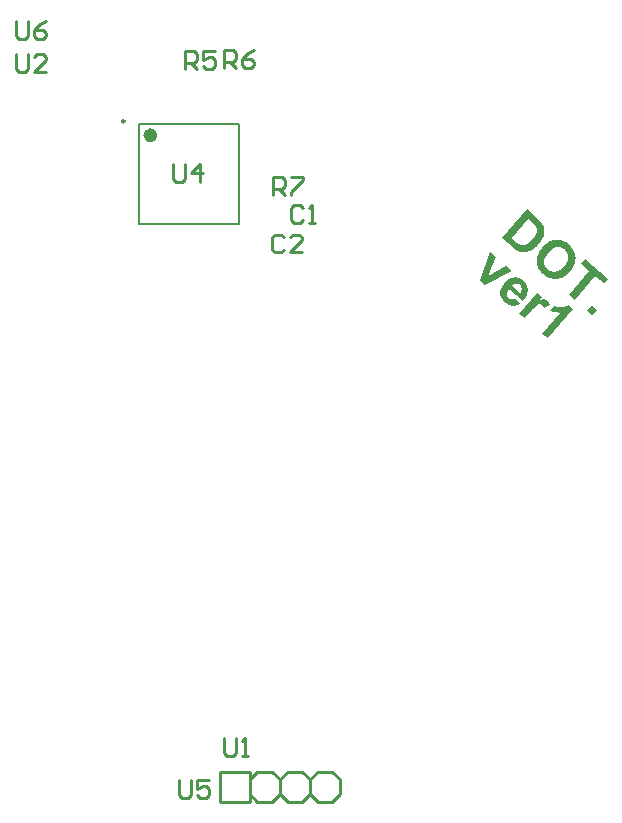
<source format=gto>
G04*
G04 #@! TF.GenerationSoftware,Altium Limited,Altium Designer,18.1.7 (191)*
G04*
G04 Layer_Color=65535*
%FSLAX42Y42*%
%MOMM*%
G71*
G01*
G75*
%ADD10C,0.25*%
%ADD11C,0.60*%
%ADD12C,0.25*%
%ADD13C,0.20*%
G36*
X10838Y9278D02*
X10841Y9275D01*
X10847Y9269D01*
X10854Y9262D01*
X10861Y9254D01*
X10867Y9247D01*
X10873Y9240D01*
X10873Y9239D01*
X10873Y9238D01*
X10874Y9237D01*
X10875Y9236D01*
X10878Y9230D01*
X10881Y9223D01*
X10884Y9216D01*
X10887Y9206D01*
X10889Y9197D01*
X10890Y9186D01*
X10890Y9186D01*
X10890Y9184D01*
X10890Y9181D01*
X10890Y9175D01*
X10889Y9168D01*
X10888Y9159D01*
X10886Y9149D01*
X10884Y9138D01*
X10880Y9127D01*
X10879Y9126D01*
X10879Y9125D01*
X10878Y9123D01*
X10877Y9121D01*
X10876Y9119D01*
X10874Y9115D01*
X10872Y9112D01*
X10870Y9107D01*
X10868Y9103D01*
X10864Y9097D01*
X10861Y9092D01*
X10857Y9087D01*
X10849Y9075D01*
X10839Y9062D01*
X10838Y9062D01*
X10837Y9061D01*
X10836Y9059D01*
X10834Y9057D01*
X10832Y9055D01*
X10829Y9052D01*
X10826Y9049D01*
X10822Y9045D01*
X10815Y9038D01*
X10806Y9030D01*
X10796Y9024D01*
X10787Y9017D01*
X10786Y9017D01*
X10785Y9016D01*
X10784Y9016D01*
X10781Y9014D01*
X10779Y9013D01*
X10775Y9011D01*
X10767Y9007D01*
X10758Y9004D01*
X10747Y9000D01*
X10735Y8998D01*
X10724Y8996D01*
X10722Y8996D01*
X10719Y8996D01*
X10715Y8996D01*
X10709Y8997D01*
X10701Y8998D01*
X10693Y9000D01*
X10683Y9002D01*
X10673Y9006D01*
X10672Y9007D01*
X10672Y9006D01*
X10671Y9007D01*
X10669Y9008D01*
X10665Y9011D01*
X10659Y9014D01*
X10652Y9018D01*
X10644Y9023D01*
X10635Y9030D01*
X10625Y9038D01*
X10533Y9117D01*
X10741Y9361D01*
X10838Y9278D01*
D02*
G37*
G36*
X11003Y9104D02*
X11011Y9103D01*
X11019Y9103D01*
X11028Y9101D01*
X11037Y9099D01*
X11037Y9098D01*
X11038Y9098D01*
X11040Y9098D01*
X11042Y9096D01*
X11045Y9096D01*
X11049Y9094D01*
X11052Y9092D01*
X11056Y9091D01*
X11066Y9086D01*
X11076Y9080D01*
X11087Y9072D01*
X11098Y9064D01*
X11100Y9062D01*
X11103Y9059D01*
X11106Y9056D01*
X11110Y9051D01*
X11115Y9046D01*
X11120Y9040D01*
X11125Y9033D01*
X11130Y9025D01*
X11136Y9017D01*
X11140Y9009D01*
X11145Y8999D01*
X11149Y8989D01*
X11152Y8979D01*
X11154Y8968D01*
X11155Y8956D01*
X11155Y8956D01*
X11155Y8954D01*
X11155Y8950D01*
X11155Y8946D01*
X11154Y8940D01*
X11154Y8934D01*
X11152Y8926D01*
X11151Y8918D01*
X11149Y8909D01*
X11146Y8900D01*
X11142Y8890D01*
X11137Y8880D01*
X11132Y8869D01*
X11125Y8858D01*
X11117Y8847D01*
X11108Y8836D01*
X11108Y8835D01*
X11106Y8833D01*
X11103Y8830D01*
X11099Y8826D01*
X11095Y8822D01*
X11089Y8817D01*
X11082Y8811D01*
X11076Y8805D01*
X11067Y8799D01*
X11059Y8793D01*
X11049Y8788D01*
X11040Y8783D01*
X11030Y8779D01*
X11019Y8775D01*
X11008Y8772D01*
X10997Y8770D01*
X10996Y8770D01*
X10994Y8770D01*
X10991Y8770D01*
X10986Y8770D01*
X10981Y8770D01*
X10974Y8771D01*
X10968Y8772D01*
X10960Y8773D01*
X10951Y8775D01*
X10942Y8778D01*
X10933Y8781D01*
X10923Y8785D01*
X10913Y8790D01*
X10903Y8796D01*
X10893Y8802D01*
X10883Y8810D01*
X10880Y8812D01*
X10878Y8815D01*
X10875Y8819D01*
X10870Y8823D01*
X10866Y8828D01*
X10861Y8834D01*
X10855Y8841D01*
X10850Y8849D01*
X10845Y8857D01*
X10840Y8866D01*
X10836Y8875D01*
X10831Y8885D01*
X10828Y8895D01*
X10826Y8906D01*
X10825Y8917D01*
X10825Y8918D01*
X10825Y8920D01*
X10825Y8923D01*
X10825Y8927D01*
X10826Y8933D01*
X10826Y8940D01*
X10827Y8947D01*
X10829Y8955D01*
X10831Y8963D01*
X10835Y8973D01*
X10838Y8982D01*
X10842Y8993D01*
X10848Y9003D01*
X10855Y9014D01*
X10862Y9025D01*
X10871Y9036D01*
X10871Y9036D01*
X10872Y9038D01*
X10874Y9039D01*
X10877Y9042D01*
X10879Y9045D01*
X10883Y9048D01*
X10887Y9052D01*
X10891Y9057D01*
X10901Y9065D01*
X10912Y9074D01*
X10923Y9082D01*
X10935Y9089D01*
X10936Y9090D01*
X10936Y9090D01*
X10938Y9090D01*
X10939Y9091D01*
X10945Y9093D01*
X10951Y9095D01*
X10959Y9098D01*
X10967Y9100D01*
X10977Y9102D01*
X10986Y9103D01*
X10987Y9104D01*
X10988Y9104D01*
X10991Y9104D01*
X10997Y9104D01*
X11003Y9104D01*
D02*
G37*
G36*
X11427Y8774D02*
X11392Y8733D01*
X11320Y8795D01*
X11147Y8592D01*
X11098Y8634D01*
X11271Y8837D01*
X11199Y8898D01*
X11234Y8939D01*
X11427Y8774D01*
D02*
G37*
G36*
X10478Y8954D02*
X10434Y8835D01*
X10418Y8797D01*
X10419Y8797D01*
X10420Y8798D01*
X10423Y8799D01*
X10425Y8801D01*
X10432Y8805D01*
X10434Y8806D01*
X10436Y8808D01*
X10436Y8808D01*
X10438Y8809D01*
X10439Y8810D01*
X10441Y8811D01*
X10447Y8815D01*
X10454Y8818D01*
X10565Y8880D01*
X10613Y8839D01*
X10392Y8722D01*
X10349Y8758D01*
X10429Y8995D01*
X10478Y8954D01*
D02*
G37*
G36*
X10640Y8785D02*
X10644Y8785D01*
X10649Y8785D01*
X10654Y8785D01*
X10660Y8784D01*
X10665Y8783D01*
X10672Y8781D01*
X10678Y8780D01*
X10685Y8777D01*
X10692Y8774D01*
X10699Y8770D01*
X10705Y8766D01*
X10712Y8761D01*
X10716Y8757D01*
X10718Y8755D01*
X10721Y8752D01*
X10724Y8748D01*
X10728Y8743D01*
X10732Y8738D01*
X10735Y8733D01*
X10739Y8727D01*
X10742Y8720D01*
X10745Y8713D01*
X10748Y8706D01*
X10750Y8698D01*
X10751Y8690D01*
X10751Y8681D01*
X10751Y8681D01*
X10751Y8679D01*
X10751Y8677D01*
X10751Y8673D01*
X10750Y8669D01*
X10749Y8664D01*
X10748Y8658D01*
X10746Y8652D01*
X10743Y8645D01*
X10740Y8637D01*
X10737Y8629D01*
X10732Y8620D01*
X10727Y8612D01*
X10721Y8602D01*
X10714Y8593D01*
X10706Y8583D01*
X10589Y8683D01*
X10588Y8682D01*
X10588Y8682D01*
X10587Y8681D01*
X10586Y8679D01*
X10583Y8675D01*
X10580Y8670D01*
X10577Y8663D01*
X10574Y8656D01*
X10572Y8649D01*
X10572Y8641D01*
X10572Y8640D01*
X10573Y8637D01*
X10573Y8634D01*
X10575Y8629D01*
X10577Y8624D01*
X10580Y8618D01*
X10584Y8612D01*
X10589Y8607D01*
X10591Y8605D01*
X10594Y8604D01*
X10596Y8602D01*
X10600Y8600D01*
X10604Y8599D01*
X10608Y8597D01*
X10613Y8597D01*
X10614Y8597D01*
X10615Y8597D01*
X10618Y8597D01*
X10621Y8598D01*
X10626Y8599D01*
X10630Y8601D01*
X10635Y8603D01*
X10641Y8606D01*
X10681Y8559D01*
X10681Y8559D01*
X10680Y8558D01*
X10678Y8557D01*
X10675Y8556D01*
X10673Y8555D01*
X10669Y8553D01*
X10661Y8551D01*
X10652Y8548D01*
X10642Y8545D01*
X10630Y8544D01*
X10619Y8544D01*
X10619Y8545D01*
X10618Y8544D01*
X10616Y8545D01*
X10614Y8545D01*
X10611Y8546D01*
X10608Y8547D01*
X10604Y8548D01*
X10600Y8549D01*
X10591Y8553D01*
X10581Y8557D01*
X10570Y8564D01*
X10559Y8572D01*
X10557Y8574D01*
X10555Y8576D01*
X10552Y8579D01*
X10549Y8583D01*
X10545Y8587D01*
X10541Y8592D01*
X10537Y8598D01*
X10533Y8604D01*
X10529Y8611D01*
X10525Y8618D01*
X10522Y8626D01*
X10519Y8634D01*
X10517Y8643D01*
X10517Y8651D01*
X10517Y8660D01*
X10517Y8661D01*
X10517Y8662D01*
X10517Y8664D01*
X10517Y8667D01*
X10518Y8670D01*
X10519Y8674D01*
X10520Y8679D01*
X10522Y8684D01*
X10524Y8690D01*
X10527Y8696D01*
X10529Y8702D01*
X10533Y8709D01*
X10537Y8715D01*
X10541Y8722D01*
X10546Y8729D01*
X10551Y8736D01*
X10552Y8736D01*
X10553Y8738D01*
X10555Y8740D01*
X10558Y8743D01*
X10561Y8746D01*
X10565Y8750D01*
X10570Y8754D01*
X10576Y8758D01*
X10588Y8767D01*
X10594Y8771D01*
X10601Y8775D01*
X10609Y8779D01*
X10617Y8781D01*
X10625Y8783D01*
X10633Y8785D01*
X10634Y8785D01*
X10635Y8785D01*
X10637Y8785D01*
X10640Y8785D01*
D02*
G37*
G36*
X11131Y8514D02*
X10922Y8269D01*
X10875Y8309D01*
X11025Y8486D01*
X11025Y8486D01*
X11023Y8486D01*
X11021Y8486D01*
X11017Y8486D01*
X11013Y8486D01*
X11009Y8486D01*
X11003Y8487D01*
X10997Y8487D01*
X10990Y8488D01*
X10983Y8489D01*
X10975Y8490D01*
X10968Y8492D01*
X10952Y8496D01*
X10935Y8502D01*
X10971Y8544D01*
X10972Y8544D01*
X10972Y8544D01*
X10974Y8543D01*
X10975Y8542D01*
X10980Y8541D01*
X10987Y8539D01*
X10995Y8537D01*
X11005Y8535D01*
X11017Y8534D01*
X11030Y8533D01*
X11030Y8533D01*
X11031Y8532D01*
X11033Y8533D01*
X11036Y8533D01*
X11043Y8533D01*
X11051Y8534D01*
X11061Y8535D01*
X11071Y8538D01*
X11082Y8542D01*
X11093Y8547D01*
X11131Y8514D01*
D02*
G37*
G36*
X10872Y8617D02*
X10851Y8592D01*
X10852Y8592D01*
X10855Y8593D01*
X10860Y8594D01*
X10866Y8596D01*
X10872Y8597D01*
X10879Y8598D01*
X10885Y8599D01*
X10890Y8598D01*
X10891Y8599D01*
X10893Y8598D01*
X10895Y8597D01*
X10899Y8596D01*
X10903Y8595D01*
X10907Y8593D01*
X10911Y8590D01*
X10915Y8587D01*
X10918Y8585D01*
X10921Y8582D01*
X10924Y8577D01*
X10928Y8572D01*
X10932Y8566D01*
X10936Y8559D01*
X10938Y8551D01*
X10889Y8524D01*
X10889Y8524D01*
X10888Y8526D01*
X10887Y8530D01*
X10885Y8533D01*
X10883Y8538D01*
X10881Y8542D01*
X10877Y8546D01*
X10874Y8550D01*
X10873Y8551D01*
X10870Y8553D01*
X10868Y8554D01*
X10865Y8555D01*
X10861Y8557D01*
X10857Y8558D01*
X10853Y8558D01*
X10852Y8558D01*
X10851Y8558D01*
X10848Y8558D01*
X10845Y8557D01*
X10841Y8556D01*
X10836Y8554D01*
X10831Y8551D01*
X10825Y8548D01*
X10825Y8547D01*
X10823Y8546D01*
X10822Y8545D01*
X10821Y8544D01*
X10818Y8542D01*
X10816Y8539D01*
X10813Y8537D01*
X10809Y8533D01*
X10805Y8529D01*
X10801Y8525D01*
X10796Y8519D01*
X10790Y8513D01*
X10784Y8507D01*
X10778Y8500D01*
X10771Y8492D01*
X10725Y8437D01*
X10678Y8477D01*
X10829Y8654D01*
X10872Y8617D01*
D02*
G37*
G36*
X11337Y8511D02*
X11297Y8464D01*
X11251Y8504D01*
X11291Y8551D01*
X11337Y8511D01*
D02*
G37*
%LPC*%
G36*
X10755Y9277D02*
X10617Y9116D01*
X10661Y9079D01*
X10666Y9076D01*
X10671Y9071D01*
X10676Y9068D01*
X10681Y9064D01*
X10685Y9062D01*
X10686Y9061D01*
X10688Y9061D01*
X10691Y9060D01*
X10695Y9058D01*
X10699Y9057D01*
X10704Y9056D01*
X10709Y9055D01*
X10714Y9055D01*
X10714Y9055D01*
X10716Y9055D01*
X10719Y9056D01*
X10723Y9057D01*
X10728Y9058D01*
X10733Y9060D01*
X10739Y9064D01*
X10746Y9067D01*
X10747Y9068D01*
X10747Y9068D01*
X10748Y9069D01*
X10750Y9070D01*
X10752Y9071D01*
X10754Y9073D01*
X10759Y9077D01*
X10765Y9083D01*
X10773Y9089D01*
X10781Y9098D01*
X10790Y9108D01*
X10790Y9108D01*
X10791Y9109D01*
X10792Y9110D01*
X10794Y9112D01*
X10796Y9115D01*
X10798Y9118D01*
X10803Y9124D01*
X10808Y9132D01*
X10814Y9140D01*
X10818Y9148D01*
X10821Y9155D01*
X10822Y9156D01*
X10822Y9156D01*
X10823Y9159D01*
X10824Y9163D01*
X10825Y9167D01*
X10826Y9173D01*
X10827Y9179D01*
X10828Y9185D01*
X10828Y9191D01*
X10827Y9192D01*
X10827Y9194D01*
X10826Y9197D01*
X10825Y9201D01*
X10824Y9206D01*
X10821Y9211D01*
X10819Y9216D01*
X10815Y9222D01*
X10815Y9222D01*
X10813Y9224D01*
X10811Y9227D01*
X10807Y9231D01*
X10805Y9233D01*
X10802Y9236D01*
X10799Y9239D01*
X10796Y9242D01*
X10791Y9246D01*
X10787Y9250D01*
X10755Y9277D01*
D02*
G37*
G36*
X11002Y9043D02*
X10995Y9042D01*
X10995Y9042D01*
X10994Y9042D01*
X10992Y9042D01*
X10989Y9041D01*
X10986Y9039D01*
X10982Y9038D01*
X10978Y9036D01*
X10973Y9034D01*
X10967Y9031D01*
X10962Y9028D01*
X10956Y9024D01*
X10950Y9020D01*
X10943Y9014D01*
X10936Y9009D01*
X10930Y9002D01*
X10923Y8994D01*
X10923Y8994D01*
X10922Y8993D01*
X10920Y8991D01*
X10918Y8987D01*
X10915Y8984D01*
X10912Y8979D01*
X10909Y8974D01*
X10905Y8969D01*
X10899Y8957D01*
X10894Y8944D01*
X10891Y8936D01*
X10889Y8929D01*
X10889Y8922D01*
X10888Y8915D01*
X10888Y8915D01*
X10888Y8913D01*
X10889Y8911D01*
X10889Y8909D01*
X10889Y8906D01*
X10890Y8902D01*
X10891Y8898D01*
X10893Y8893D01*
X10896Y8883D01*
X10901Y8873D01*
X10905Y8868D01*
X10909Y8862D01*
X10914Y8857D01*
X10919Y8852D01*
X10921Y8850D01*
X10924Y8848D01*
X10927Y8847D01*
X10930Y8845D01*
X10938Y8841D01*
X10948Y8836D01*
X10953Y8835D01*
X10959Y8833D01*
X10965Y8832D01*
X10971Y8831D01*
X10978Y8831D01*
X10985Y8832D01*
X10985Y8832D01*
X10986Y8833D01*
X10988Y8833D01*
X10991Y8834D01*
X10995Y8835D01*
X10999Y8836D01*
X11003Y8838D01*
X11008Y8840D01*
X11013Y8843D01*
X11019Y8846D01*
X11025Y8850D01*
X11032Y8855D01*
X11038Y8860D01*
X11045Y8865D01*
X11052Y8873D01*
X11058Y8880D01*
X11059Y8880D01*
X11060Y8882D01*
X11062Y8884D01*
X11064Y8887D01*
X11067Y8891D01*
X11070Y8895D01*
X11073Y8900D01*
X11076Y8906D01*
X11083Y8918D01*
X11089Y8931D01*
X11091Y8938D01*
X11092Y8945D01*
X11093Y8952D01*
X11094Y8959D01*
X11094Y8960D01*
X11094Y8961D01*
X11093Y8962D01*
X11093Y8965D01*
X11093Y8968D01*
X11092Y8972D01*
X11091Y8976D01*
X11090Y8981D01*
X11088Y8985D01*
X11086Y8990D01*
X11080Y9001D01*
X11077Y9006D01*
X11073Y9011D01*
X11068Y9016D01*
X11063Y9021D01*
X11060Y9024D01*
X11058Y9025D01*
X11054Y9027D01*
X11051Y9029D01*
X11043Y9034D01*
X11033Y9038D01*
X11028Y9040D01*
X11021Y9041D01*
X11016Y9042D01*
X11009Y9043D01*
X11002Y9043D01*
D02*
G37*
G36*
X10657Y8733D02*
X10649Y8732D01*
X10649Y8732D01*
X10646Y8732D01*
X10642Y8731D01*
X10638Y8729D01*
X10632Y8726D01*
X10626Y8722D01*
X10620Y8717D01*
X10614Y8711D01*
X10683Y8651D01*
X10684Y8651D01*
X10684Y8652D01*
X10685Y8653D01*
X10686Y8655D01*
X10689Y8659D01*
X10692Y8664D01*
X10694Y8670D01*
X10697Y8676D01*
X10699Y8684D01*
X10699Y8691D01*
X10699Y8691D01*
X10699Y8694D01*
X10698Y8698D01*
X10697Y8702D01*
X10695Y8707D01*
X10692Y8712D01*
X10689Y8718D01*
X10684Y8722D01*
X10682Y8724D01*
X10678Y8726D01*
X10674Y8728D01*
X10669Y8730D01*
X10663Y8732D01*
X10657Y8733D01*
D02*
G37*
%LPD*%
D10*
X7338Y10107D02*
G03*
X7338Y10107I-12J0D01*
G01*
D11*
X7585Y9987D02*
G03*
X7585Y9987I-30J0D01*
G01*
D12*
X8145Y4597D02*
X8399D01*
Y4343D02*
Y4597D01*
X8145Y4343D02*
Y4597D01*
X8399Y4533D02*
X8462Y4597D01*
X8589D01*
X8653Y4533D01*
Y4406D02*
Y4533D01*
X8589Y4343D02*
X8653Y4406D01*
X8462Y4343D02*
X8589D01*
X8399Y4406D02*
X8462Y4343D01*
X8145D02*
X8399D01*
X8653Y4406D02*
X8717Y4343D01*
X8843Y4343D01*
X8907Y4406D01*
Y4533D01*
X8843Y4597D02*
X8907Y4533D01*
X8717Y4597D02*
X8843Y4597D01*
X8653Y4533D02*
X8717Y4597D01*
X8907Y4406D02*
X8971Y4343D01*
X9097D01*
X9161Y4406D01*
Y4533D01*
X9097Y4597D02*
X9161Y4533D01*
X8971Y4597D02*
X9097D01*
X8907Y4533D02*
X8971Y4597D01*
X6420Y10952D02*
Y10825D01*
X6445Y10800D01*
X6496D01*
X6522Y10825D01*
Y10952D01*
X6674D02*
X6623Y10927D01*
X6572Y10876D01*
Y10825D01*
X6598Y10800D01*
X6649D01*
X6674Y10825D01*
Y10851D01*
X6649Y10876D01*
X6572D01*
X7794Y4532D02*
Y4405D01*
X7819Y4380D01*
X7870D01*
X7896Y4405D01*
Y4532D01*
X8048D02*
X7946D01*
Y4456D01*
X7997Y4482D01*
X8023D01*
X8048Y4456D01*
Y4405D01*
X8023Y4380D01*
X7972D01*
X7946Y4405D01*
X7747Y9742D02*
Y9615D01*
X7773Y9590D01*
X7824D01*
X7849Y9615D01*
Y9742D01*
X7976Y9590D02*
Y9742D01*
X7900Y9666D01*
X8001D01*
X6420Y10677D02*
Y10550D01*
X6445Y10525D01*
X6496D01*
X6522Y10550D01*
Y10677D01*
X6674Y10525D02*
X6572D01*
X6674Y10627D01*
Y10652D01*
X6649Y10677D01*
X6598D01*
X6572Y10652D01*
X8180Y4882D02*
Y4755D01*
X8205Y4730D01*
X8256D01*
X8282Y4755D01*
Y4882D01*
X8332Y4730D02*
X8383D01*
X8358D01*
Y4882D01*
X8332Y4857D01*
X8590Y9482D02*
Y9635D01*
X8666D01*
X8692Y9609D01*
Y9559D01*
X8666Y9533D01*
X8590D01*
X8641D02*
X8692Y9482D01*
X8742Y9635D02*
X8844D01*
Y9609D01*
X8742Y9508D01*
Y9482D01*
X8178Y10555D02*
Y10707D01*
X8254D01*
X8279Y10682D01*
Y10631D01*
X8254Y10606D01*
X8178D01*
X8228D02*
X8279Y10555D01*
X8431Y10707D02*
X8381Y10682D01*
X8330Y10631D01*
Y10580D01*
X8355Y10555D01*
X8406D01*
X8431Y10580D01*
Y10606D01*
X8406Y10631D01*
X8330D01*
X8687Y9122D02*
X8661Y9147D01*
X8610D01*
X8585Y9122D01*
Y9020D01*
X8610Y8995D01*
X8661D01*
X8687Y9020D01*
X8839Y8995D02*
X8737D01*
X8839Y9097D01*
Y9122D01*
X8814Y9147D01*
X8763D01*
X8737Y9122D01*
X8844Y9369D02*
X8819Y9395D01*
X8768D01*
X8743Y9369D01*
Y9268D01*
X8768Y9243D01*
X8819D01*
X8844Y9268D01*
X8895Y9243D02*
X8946D01*
X8920D01*
Y9395D01*
X8895Y9369D01*
X7845Y10550D02*
Y10702D01*
X7921D01*
X7947Y10677D01*
Y10626D01*
X7921Y10601D01*
X7845D01*
X7896D02*
X7947Y10550D01*
X8099Y10702D02*
X7997D01*
Y10626D01*
X8048Y10652D01*
X8074D01*
X8099Y10626D01*
Y10575D01*
X8074Y10550D01*
X8023D01*
X7997Y10575D01*
D13*
X7455Y9237D02*
Y10087D01*
X8305Y9237D02*
Y10087D01*
X7455D02*
X8305D01*
X7455Y9237D02*
X8305D01*
M02*

</source>
